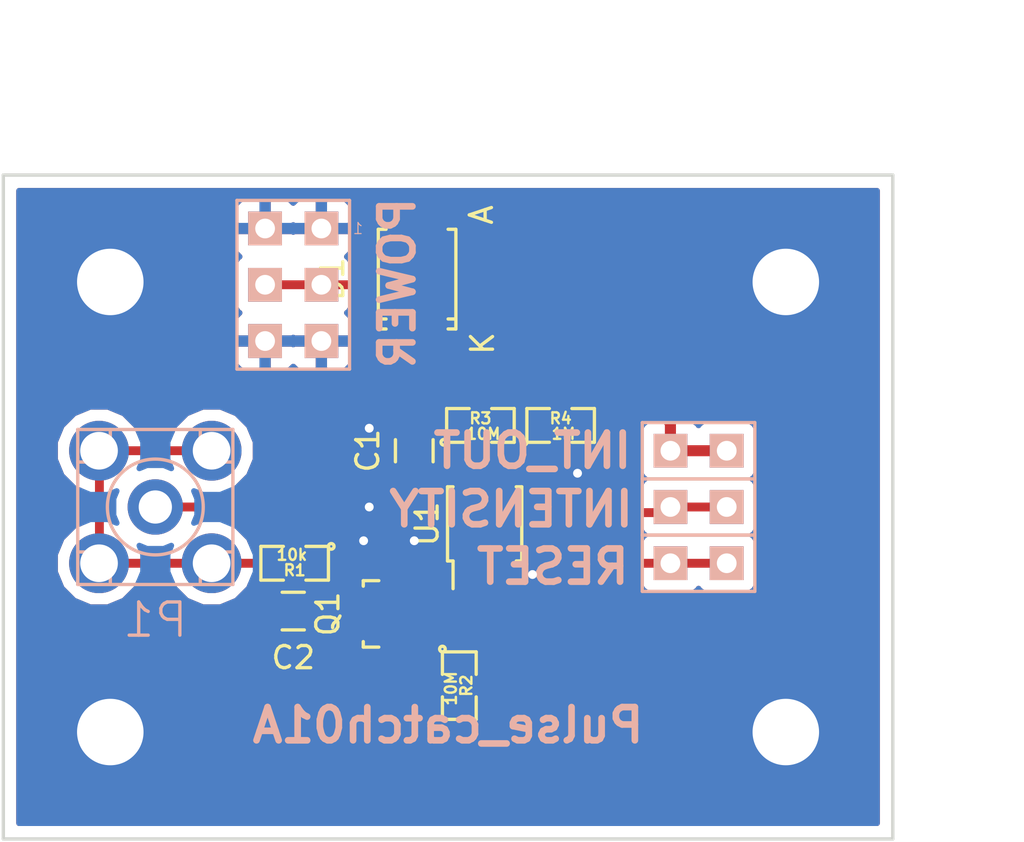
<source format=kicad_pcb>
(kicad_pcb (version 20160815) (host pcbnew 201609251018+7233~55~ubuntu16.04.1-)

  (general
    (links 38)
    (no_connects 0)
    (area 35.155715 18.255 84.886716 56.60832)
    (thickness 1.6)
    (drawings 11)
    (tracks 89)
    (zones 0)
    (modules 18)
    (nets 9)
  )

  (page A4)
  (layers
    (0 F.Cu signal)
    (31 B.Cu signal)
    (32 B.Adhes user)
    (33 F.Adhes user)
    (34 B.Paste user)
    (35 F.Paste user)
    (36 B.SilkS user)
    (37 F.SilkS user)
    (38 B.Mask user)
    (39 F.Mask user)
    (40 Dwgs.User user)
    (41 Cmts.User user)
    (42 Eco1.User user)
    (43 Eco2.User user)
    (44 Edge.Cuts user)
    (45 Margin user)
    (46 B.CrtYd user)
    (47 F.CrtYd user)
    (48 B.Fab user)
    (49 F.Fab user)
  )

  (setup
    (last_trace_width 0.5)
    (user_trace_width 0.25)
    (user_trace_width 0.3)
    (user_trace_width 0.4)
    (user_trace_width 0.5)
    (user_trace_width 0.6)
    (user_trace_width 0.7)
    (user_trace_width 0.8)
    (user_trace_width 1)
    (trace_clearance 0.2)
    (zone_clearance 0.508)
    (zone_45_only no)
    (trace_min 0.2)
    (segment_width 0.2)
    (edge_width 0.15)
    (via_size 0.8)
    (via_drill 0.4)
    (via_min_size 0.4)
    (via_min_drill 0.3)
    (uvia_size 0.3)
    (uvia_drill 0.1)
    (uvias_allowed no)
    (uvia_min_size 0.2)
    (uvia_min_drill 0.1)
    (pcb_text_width 0.3)
    (pcb_text_size 1.5 1.5)
    (mod_edge_width 0.15)
    (mod_text_size 1 1)
    (mod_text_width 0.15)
    (pad_size 1.524 1.524)
    (pad_drill 0.762)
    (pad_to_mask_clearance 0.2)
    (aux_axis_origin 0 0)
    (visible_elements FFFFFF7F)
    (pcbplotparams
      (layerselection 0x010f0_ffffffff)
      (usegerberextensions false)
      (excludeedgelayer true)
      (linewidth 0.100000)
      (plotframeref false)
      (viasonmask false)
      (mode 1)
      (useauxorigin false)
      (hpglpennumber 1)
      (hpglpenspeed 20)
      (hpglpendiameter 15)
      (psnegative false)
      (psa4output false)
      (plotreference true)
      (plotvalue true)
      (plotinvisibletext false)
      (padsonsilk false)
      (subtractmaskfromsilk false)
      (outputformat 1)
      (mirror false)
      (drillshape 0)
      (scaleselection 1)
      (outputdirectory ../CAM_PROFI/))
  )

  (net 0 "")
  (net 1 VDD)
  (net 2 GNDA)
  (net 3 "Net-(C2-Pad1)")
  (net 4 "Net-(J2-Pad1)")
  (net 5 "Net-(J3-Pad1)")
  (net 6 "Net-(J4-Pad1)")
  (net 7 "Net-(P1-Pad2)")
  (net 8 "Net-(R3-Pad2)")

  (net_class Default "This is the default net class."
    (clearance 0.2)
    (trace_width 0.5)
    (via_dia 0.8)
    (via_drill 0.4)
    (uvia_dia 0.3)
    (uvia_drill 0.1)
    (diff_pair_gap 0.25)
    (diff_pair_width 0.2)
    (add_net GNDA)
    (add_net "Net-(C2-Pad1)")
    (add_net "Net-(J2-Pad1)")
    (add_net "Net-(J3-Pad1)")
    (add_net "Net-(J4-Pad1)")
    (add_net "Net-(P1-Pad2)")
    (add_net "Net-(R3-Pad2)")
    (add_net VDD)
  )

  (module Capacitors_SMD:C_0805 (layer F.Cu) (tedit 57ECEDA2) (tstamp 577D36CC)
    (at 54.356 38.1 90)
    (descr "Capacitor SMD 0805, reflow soldering, AVX (see smccp.pdf)")
    (tags "capacitor 0805")
    (path /57783558)
    (attr smd)
    (fp_text reference C1 (at 0 -2.1 90) (layer F.SilkS)
      (effects (font (size 1 1) (thickness 0.15)))
    )
    (fp_text value 100nF (at 0 2.1 90) (layer F.Fab)
      (effects (font (size 1 1) (thickness 0.15)))
    )
    (fp_line (start -1.8 -1) (end 1.8 -1) (layer F.CrtYd) (width 0.05))
    (fp_line (start -1.8 1) (end 1.8 1) (layer F.CrtYd) (width 0.05))
    (fp_line (start -1.8 -1) (end -1.8 1) (layer F.CrtYd) (width 0.05))
    (fp_line (start 1.8 -1) (end 1.8 1) (layer F.CrtYd) (width 0.05))
    (fp_line (start 0.5 -0.85) (end -0.5 -0.85) (layer F.SilkS) (width 0.15))
    (fp_line (start -0.5 0.85) (end 0.5 0.85) (layer F.SilkS) (width 0.15))
    (pad 1 smd rect (at -1 0 90) (size 1 1.25) (layers F.Cu F.Paste F.Mask)
      (net 1 VDD))
    (pad 2 smd rect (at 1 0 90) (size 1 1.25) (layers F.Cu F.Paste F.Mask)
      (net 2 GNDA))
    (model Capacitors_SMD.3dshapes/C_0805.wrl
      (at (xyz 0 0 0))
      (scale (xyz 1 1 1))
      (rotate (xyz 0 0 0))
    )
  )

  (module Capacitors_SMD:C_0805 (layer F.Cu) (tedit 57ECEDA2) (tstamp 577D36D2)
    (at 48.895 45.339 180)
    (descr "Capacitor SMD 0805, reflow soldering, AVX (see smccp.pdf)")
    (tags "capacitor 0805")
    (path /57781557)
    (attr smd)
    (fp_text reference C2 (at 0 -2.1 180) (layer F.SilkS)
      (effects (font (size 1 1) (thickness 0.15)))
    )
    (fp_text value 100nF (at 0 2.1 180) (layer F.Fab)
      (effects (font (size 1 1) (thickness 0.15)))
    )
    (fp_line (start -1.8 -1) (end 1.8 -1) (layer F.CrtYd) (width 0.05))
    (fp_line (start -1.8 1) (end 1.8 1) (layer F.CrtYd) (width 0.05))
    (fp_line (start -1.8 -1) (end -1.8 1) (layer F.CrtYd) (width 0.05))
    (fp_line (start 1.8 -1) (end 1.8 1) (layer F.CrtYd) (width 0.05))
    (fp_line (start 0.5 -0.85) (end -0.5 -0.85) (layer F.SilkS) (width 0.15))
    (fp_line (start -0.5 0.85) (end 0.5 0.85) (layer F.SilkS) (width 0.15))
    (pad 1 smd rect (at -1 0 180) (size 1 1.25) (layers F.Cu F.Paste F.Mask)
      (net 3 "Net-(C2-Pad1)"))
    (pad 2 smd rect (at 1 0 180) (size 1 1.25) (layers F.Cu F.Paste F.Mask)
      (net 2 GNDA))
    (model Capacitors_SMD.3dshapes/C_0805.wrl
      (at (xyz 0 0 0))
      (scale (xyz 1 1 1))
      (rotate (xyz 0 0 0))
    )
  )

  (module Diodes_SMD:SMA_Standard (layer F.Cu) (tedit 57ECEDA2) (tstamp 577D36D8)
    (at 54.483 30.353 90)
    (descr "Diode SMA")
    (tags "Diode SMA")
    (path /57783090)
    (attr smd)
    (fp_text reference D1 (at 0 -3.81 90) (layer F.SilkS)
      (effects (font (size 1 1) (thickness 0.15)))
    )
    (fp_text value D_Schottky (at 0 4.3 90) (layer F.Fab)
      (effects (font (size 1 1) (thickness 0.15)))
    )
    (fp_line (start -3.5 -2) (end 3.5 -2) (layer F.CrtYd) (width 0.05))
    (fp_line (start 3.5 -2) (end 3.5 2) (layer F.CrtYd) (width 0.05))
    (fp_line (start 3.5 2) (end -3.5 2) (layer F.CrtYd) (width 0.05))
    (fp_line (start -3.5 2) (end -3.5 -2) (layer F.CrtYd) (width 0.05))
    (fp_text user K (at -2.9 2.95 90) (layer F.SilkS)
      (effects (font (size 1 1) (thickness 0.15)))
    )
    (fp_text user A (at 2.9 2.9 90) (layer F.SilkS)
      (effects (font (size 1 1) (thickness 0.15)))
    )
    (fp_circle (center 0 0) (end 0.20066 -0.0508) (layer F.Adhes) (width 0.381))
    (fp_line (start -1.79914 1.75006) (end -1.79914 1.39954) (layer F.SilkS) (width 0.15))
    (fp_line (start -1.79914 -1.75006) (end -1.79914 -1.39954) (layer F.SilkS) (width 0.15))
    (fp_line (start 2.25044 1.75006) (end 2.25044 1.39954) (layer F.SilkS) (width 0.15))
    (fp_line (start -2.25044 1.75006) (end -2.25044 1.39954) (layer F.SilkS) (width 0.15))
    (fp_line (start -2.25044 -1.75006) (end -2.25044 -1.39954) (layer F.SilkS) (width 0.15))
    (fp_line (start 2.25044 -1.75006) (end 2.25044 -1.39954) (layer F.SilkS) (width 0.15))
    (fp_line (start -2.25044 1.75006) (end 2.25044 1.75006) (layer F.SilkS) (width 0.15))
    (fp_line (start -2.25044 -1.75006) (end 2.25044 -1.75006) (layer F.SilkS) (width 0.15))
    (pad 1 smd rect (at -1.99898 0 90) (size 2.49936 1.80086) (layers F.Cu F.Paste F.Mask)
      (net 1 VDD))
    (pad 2 smd rect (at 1.99898 0 90) (size 2.49936 1.80086) (layers F.Cu F.Paste F.Mask)
      (net 2 GNDA))
    (model Diodes_SMD.3dshapes/SMA_Standard.wrl
      (at (xyz 0 0 0))
      (scale (xyz 0.3937 0.3937 0.3937))
      (rotate (xyz 0 0 180))
    )
  )

  (module Mlab_Pin_Headers:Straight_2x03 (layer B.Cu) (tedit 57ECEDA2) (tstamp 577D36E2)
    (at 48.895 30.607 180)
    (descr "pin header straight 2x03")
    (tags "pin header straight 2x03")
    (path /57782EBA)
    (fp_text reference J1 (at 0 5.08 180) (layer B.SilkS) hide
      (effects (font (size 1.5 1.5) (thickness 0.15)) (justify mirror))
    )
    (fp_text value HEADER_2x03_PARALLEL (at 0 -5.08 180) (layer B.SilkS) hide
      (effects (font (size 1.5 1.5) (thickness 0.15)) (justify mirror))
    )
    (fp_text user 1 (at -2.921 2.54 180) (layer B.SilkS)
      (effects (font (size 0.5 0.5) (thickness 0.05)) (justify mirror))
    )
    (fp_line (start -2.54 3.81) (end 2.54 3.81) (layer B.SilkS) (width 0.15))
    (fp_line (start 2.54 3.81) (end 2.54 -3.81) (layer B.SilkS) (width 0.15))
    (fp_line (start 2.54 -3.81) (end -2.54 -3.81) (layer B.SilkS) (width 0.15))
    (fp_line (start -2.54 -3.81) (end -2.54 3.81) (layer B.SilkS) (width 0.15))
    (pad 1 thru_hole rect (at -1.27 2.54 180) (size 1.524 1.524) (drill 0.889) (layers *.Cu *.Mask B.SilkS)
      (net 2 GNDA))
    (pad 2 thru_hole rect (at 1.27 2.54 180) (size 1.524 1.524) (drill 0.889) (layers *.Cu *.Mask B.SilkS)
      (net 2 GNDA))
    (pad 3 thru_hole rect (at -1.27 0 180) (size 1.524 1.524) (drill 0.889) (layers *.Cu *.Mask B.SilkS)
      (net 1 VDD))
    (pad 4 thru_hole rect (at 1.27 0 180) (size 1.524 1.524) (drill 0.889) (layers *.Cu *.Mask B.SilkS)
      (net 1 VDD))
    (pad 5 thru_hole rect (at -1.27 -2.54 180) (size 1.524 1.524) (drill 0.889) (layers *.Cu *.Mask B.SilkS)
      (net 2 GNDA))
    (pad 6 thru_hole rect (at 1.27 -2.54 180) (size 1.524 1.524) (drill 0.889) (layers *.Cu *.Mask B.SilkS)
      (net 2 GNDA))
    (model Pin_Headers/Pin_Header_Straight_2x03.wrl
      (at (xyz 0 0 0))
      (scale (xyz 1 1 1))
      (rotate (xyz 0 0 90))
    )
  )

  (module Mlab_Pin_Headers:Straight_2x01 (layer B.Cu) (tedit 57ECEDA2) (tstamp 577D36E8)
    (at 67.183 40.64)
    (descr "pin header straight 2x01")
    (tags "pin header straight 2x01")
    (path /57783BEA)
    (fp_text reference J2 (at 0 2.54) (layer B.SilkS) hide
      (effects (font (size 1.5 1.5) (thickness 0.15)) (justify mirror))
    )
    (fp_text value INTENSITY (at 0 -2.54) (layer B.SilkS) hide
      (effects (font (size 1.5 1.5) (thickness 0.15)) (justify mirror))
    )
    (fp_line (start -2.54 1.27) (end 2.54 1.27) (layer B.SilkS) (width 0.15))
    (fp_line (start 2.54 1.27) (end 2.54 -1.27) (layer B.SilkS) (width 0.15))
    (fp_line (start 2.54 -1.27) (end -2.54 -1.27) (layer B.SilkS) (width 0.15))
    (fp_line (start -2.54 -1.27) (end -2.54 1.27) (layer B.SilkS) (width 0.15))
    (pad 1 thru_hole rect (at -1.27 0) (size 1.524 1.524) (drill 0.889) (layers *.Cu *.Mask B.SilkS)
      (net 4 "Net-(J2-Pad1)"))
    (pad 2 thru_hole rect (at 1.27 0) (size 1.524 1.524) (drill 0.889) (layers *.Cu *.Mask B.SilkS)
      (net 4 "Net-(J2-Pad1)"))
    (model Pin_Headers/Pin_Header_Straight_2x01.wrl
      (at (xyz 0 0 0))
      (scale (xyz 1 1 1))
      (rotate (xyz 0 0 90))
    )
  )

  (module Mlab_Pin_Headers:Straight_2x01 (layer B.Cu) (tedit 57ECEDA2) (tstamp 577D36EE)
    (at 67.183 43.18)
    (descr "pin header straight 2x01")
    (tags "pin header straight 2x01")
    (path /57783C9C)
    (fp_text reference J3 (at 0 2.54) (layer B.SilkS) hide
      (effects (font (size 1.5 1.5) (thickness 0.15)) (justify mirror))
    )
    (fp_text value RESET (at 0 -2.54) (layer B.SilkS) hide
      (effects (font (size 1.5 1.5) (thickness 0.15)) (justify mirror))
    )
    (fp_line (start -2.54 1.27) (end 2.54 1.27) (layer B.SilkS) (width 0.15))
    (fp_line (start 2.54 1.27) (end 2.54 -1.27) (layer B.SilkS) (width 0.15))
    (fp_line (start 2.54 -1.27) (end -2.54 -1.27) (layer B.SilkS) (width 0.15))
    (fp_line (start -2.54 -1.27) (end -2.54 1.27) (layer B.SilkS) (width 0.15))
    (pad 1 thru_hole rect (at -1.27 0) (size 1.524 1.524) (drill 0.889) (layers *.Cu *.Mask B.SilkS)
      (net 5 "Net-(J3-Pad1)"))
    (pad 2 thru_hole rect (at 1.27 0) (size 1.524 1.524) (drill 0.889) (layers *.Cu *.Mask B.SilkS)
      (net 5 "Net-(J3-Pad1)"))
    (model Pin_Headers/Pin_Header_Straight_2x01.wrl
      (at (xyz 0 0 0))
      (scale (xyz 1 1 1))
      (rotate (xyz 0 0 90))
    )
  )

  (module Mlab_Pin_Headers:Straight_2x01 (layer B.Cu) (tedit 57ECEDA2) (tstamp 577D36F4)
    (at 67.183 38.1)
    (descr "pin header straight 2x01")
    (tags "pin header straight 2x01")
    (path /57783AA0)
    (fp_text reference J4 (at 0 2.54) (layer B.SilkS) hide
      (effects (font (size 1.5 1.5) (thickness 0.15)) (justify mirror))
    )
    (fp_text value INT_OUT (at 0 -2.54) (layer B.SilkS) hide
      (effects (font (size 1.5 1.5) (thickness 0.15)) (justify mirror))
    )
    (fp_line (start -2.54 1.27) (end 2.54 1.27) (layer B.SilkS) (width 0.15))
    (fp_line (start 2.54 1.27) (end 2.54 -1.27) (layer B.SilkS) (width 0.15))
    (fp_line (start 2.54 -1.27) (end -2.54 -1.27) (layer B.SilkS) (width 0.15))
    (fp_line (start -2.54 -1.27) (end -2.54 1.27) (layer B.SilkS) (width 0.15))
    (pad 1 thru_hole rect (at -1.27 0) (size 1.524 1.524) (drill 0.889) (layers *.Cu *.Mask B.SilkS)
      (net 6 "Net-(J4-Pad1)"))
    (pad 2 thru_hole rect (at 1.27 0) (size 1.524 1.524) (drill 0.889) (layers *.Cu *.Mask B.SilkS)
      (net 6 "Net-(J4-Pad1)"))
    (model Pin_Headers/Pin_Header_Straight_2x01.wrl
      (at (xyz 0 0 0))
      (scale (xyz 1 1 1))
      (rotate (xyz 0 0 90))
    )
  )

  (module Mlab_Mechanical:MountingHole_3mm placed (layer F.Cu) (tedit 57ECEDA2) (tstamp 577D36F9)
    (at 71.12 30.48)
    (descr "Mounting hole, Befestigungsbohrung, 3mm, No Annular, Kein Restring,")
    (tags "Mounting hole, Befestigungsbohrung, 3mm, No Annular, Kein Restring,")
    (path /57784508)
    (fp_text reference M1 (at 0 -4.191) (layer F.SilkS) hide
      (effects (font (thickness 0.3048)))
    )
    (fp_text value HOLE (at 0 4.191) (layer F.SilkS) hide
      (effects (font (thickness 0.3048)))
    )
    (fp_circle (center 0 0) (end 2.99974 0) (layer Cmts.User) (width 0.381))
    (pad 1 thru_hole circle (at 0 0) (size 6 6) (drill 3) (layers *.Cu *.Adhes *.Mask)
      (net 2 GNDA) (clearance 1) (zone_connect 2))
  )

  (module Mlab_Mechanical:MountingHole_3mm placed (layer F.Cu) (tedit 57ECEDA2) (tstamp 577D36FE)
    (at 40.64 50.8)
    (descr "Mounting hole, Befestigungsbohrung, 3mm, No Annular, Kein Restring,")
    (tags "Mounting hole, Befestigungsbohrung, 3mm, No Annular, Kein Restring,")
    (path /57784821)
    (fp_text reference M2 (at 0 -4.191) (layer F.SilkS) hide
      (effects (font (thickness 0.3048)))
    )
    (fp_text value HOLE (at 0 4.191) (layer F.SilkS) hide
      (effects (font (thickness 0.3048)))
    )
    (fp_circle (center 0 0) (end 2.99974 0) (layer Cmts.User) (width 0.381))
    (pad 1 thru_hole circle (at 0 0) (size 6 6) (drill 3) (layers *.Cu *.Adhes *.Mask)
      (net 2 GNDA) (clearance 1) (zone_connect 2))
  )

  (module Mlab_Mechanical:MountingHole_3mm placed (layer F.Cu) (tedit 57ECEDA2) (tstamp 577D3703)
    (at 40.64 30.48)
    (descr "Mounting hole, Befestigungsbohrung, 3mm, No Annular, Kein Restring,")
    (tags "Mounting hole, Befestigungsbohrung, 3mm, No Annular, Kein Restring,")
    (path /57784742)
    (fp_text reference M3 (at 0 -4.191) (layer F.SilkS) hide
      (effects (font (thickness 0.3048)))
    )
    (fp_text value HOLE (at 0 4.191) (layer F.SilkS) hide
      (effects (font (thickness 0.3048)))
    )
    (fp_circle (center 0 0) (end 2.99974 0) (layer Cmts.User) (width 0.381))
    (pad 1 thru_hole circle (at 0 0) (size 6 6) (drill 3) (layers *.Cu *.Adhes *.Mask)
      (net 2 GNDA) (clearance 1) (zone_connect 2))
  )

  (module Mlab_Mechanical:MountingHole_3mm placed (layer F.Cu) (tedit 57ECEDA2) (tstamp 577D3708)
    (at 71.12 50.8)
    (descr "Mounting hole, Befestigungsbohrung, 3mm, No Annular, Kein Restring,")
    (tags "Mounting hole, Befestigungsbohrung, 3mm, No Annular, Kein Restring,")
    (path /5778482F)
    (fp_text reference M4 (at 0 -4.191) (layer F.SilkS) hide
      (effects (font (thickness 0.3048)))
    )
    (fp_text value HOLE (at 0 4.191) (layer F.SilkS) hide
      (effects (font (thickness 0.3048)))
    )
    (fp_circle (center 0 0) (end 2.99974 0) (layer Cmts.User) (width 0.381))
    (pad 1 thru_hole circle (at 0 0) (size 6 6) (drill 3) (layers *.Cu *.Adhes *.Mask)
      (net 2 GNDA) (clearance 1) (zone_connect 2))
  )

  (module Mlab_Con:SMA6251A13G50 (layer B.Cu) (tedit 57ECEDA2) (tstamp 577D3711)
    (at 42.672 40.64)
    (path /57781DCC)
    (fp_text reference P1 (at 0 5.1) (layer B.SilkS)
      (effects (font (size 1.5 1.5) (thickness 0.15)) (justify mirror))
    )
    (fp_text value SMA (at 0 -5.1) (layer B.SilkS) hide
      (effects (font (size 1.5 1.5) (thickness 0.15)) (justify mirror))
    )
    (fp_circle (center 0 0) (end -0.11 2.16) (layer B.SilkS) (width 0.15))
    (fp_line (start 2.03 -3.05) (end 3.05 -3.05) (layer B.SilkS) (width 0.15))
    (fp_line (start 3.05 -3.05) (end 3.05 -2.03) (layer B.SilkS) (width 0.15))
    (fp_line (start -2.03 -3.05) (end -3.05 -3.05) (layer B.SilkS) (width 0.15))
    (fp_line (start -3.05 -3.05) (end -3.05 -2.03) (layer B.SilkS) (width 0.15))
    (fp_line (start -2.03 3.05) (end -3.05 3.05) (layer B.SilkS) (width 0.15))
    (fp_line (start -3.05 3.05) (end -3.05 2.03) (layer B.SilkS) (width 0.15))
    (fp_line (start 3.05 3.05) (end 3.05 2.03) (layer B.SilkS) (width 0.15))
    (fp_line (start 3.05 3.05) (end 2.03 3.05) (layer B.SilkS) (width 0.15))
    (fp_line (start 2.03 -3.5) (end 2.03 -2.03) (layer B.SilkS) (width 0.15))
    (fp_line (start 2.03 -2.03) (end 3.5 -2.03) (layer B.SilkS) (width 0.15))
    (fp_line (start -2.03 -2.03) (end -2.03 -3.5) (layer B.SilkS) (width 0.15))
    (fp_line (start -3.5 -2.03) (end -2.03 -2.03) (layer B.SilkS) (width 0.15))
    (fp_line (start 2.03 3.5) (end 2.03 2.03) (layer B.SilkS) (width 0.15))
    (fp_line (start 2.03 2.03) (end 3.5 2.03) (layer B.SilkS) (width 0.15))
    (fp_line (start -2.03 3.5) (end -2.03 2.03) (layer B.SilkS) (width 0.15))
    (fp_line (start -2.03 2.03) (end -3.5 2.03) (layer B.SilkS) (width 0.15))
    (fp_line (start -3.5 -3.5) (end 3.5 -3.5) (layer B.SilkS) (width 0.15))
    (fp_line (start 3.5 -3.5) (end 3.5 3.5) (layer B.SilkS) (width 0.15))
    (fp_line (start 3.5 3.5) (end -3.5 3.5) (layer B.SilkS) (width 0.15))
    (fp_line (start -3.5 3.5) (end -3.5 -3.5) (layer B.SilkS) (width 0.15))
    (pad 1 thru_hole circle (at 0 0 180) (size 2.5 2.5) (drill 1.5) (layers *.Cu *.Mask)
      (net 1 VDD))
    (pad 2 thru_hole circle (at 2.54 -2.54 180) (size 2.7 2.7) (drill 1.7) (layers *.Cu *.Mask)
      (net 7 "Net-(P1-Pad2)"))
    (pad 2 thru_hole circle (at -2.54 -2.54 180) (size 2.7 2.7) (drill 1.7) (layers *.Cu *.Mask)
      (net 7 "Net-(P1-Pad2)"))
    (pad 2 thru_hole circle (at -2.54 2.54 180) (size 2.7 2.7) (drill 1.7) (layers *.Cu *.Mask)
      (net 7 "Net-(P1-Pad2)"))
    (pad 2 thru_hole circle (at 2.54 2.54 180) (size 2.7 2.7) (drill 1.7) (layers *.Cu *.Mask)
      (net 7 "Net-(P1-Pad2)"))
  )

  (module TO_SOT_Packages_SMD:SOT-23 (layer F.Cu) (tedit 57ECEDA2) (tstamp 577D3718)
    (at 52.705 45.466 90)
    (descr "SOT-23, Standard")
    (tags SOT-23)
    (path /577813BC)
    (attr smd)
    (fp_text reference Q1 (at 0 -2.25 90) (layer F.SilkS)
      (effects (font (size 1 1) (thickness 0.15)))
    )
    (fp_text value 2N7002 (at 0 2.3 90) (layer F.Fab)
      (effects (font (size 1 1) (thickness 0.15)))
    )
    (fp_line (start -1.65 -1.6) (end 1.65 -1.6) (layer F.CrtYd) (width 0.05))
    (fp_line (start 1.65 -1.6) (end 1.65 1.6) (layer F.CrtYd) (width 0.05))
    (fp_line (start 1.65 1.6) (end -1.65 1.6) (layer F.CrtYd) (width 0.05))
    (fp_line (start -1.65 1.6) (end -1.65 -1.6) (layer F.CrtYd) (width 0.05))
    (fp_line (start 1.29916 -0.65024) (end 1.2509 -0.65024) (layer F.SilkS) (width 0.15))
    (fp_line (start -1.49982 0.0508) (end -1.49982 -0.65024) (layer F.SilkS) (width 0.15))
    (fp_line (start -1.49982 -0.65024) (end -1.2509 -0.65024) (layer F.SilkS) (width 0.15))
    (fp_line (start 1.29916 -0.65024) (end 1.49982 -0.65024) (layer F.SilkS) (width 0.15))
    (fp_line (start 1.49982 -0.65024) (end 1.49982 0.0508) (layer F.SilkS) (width 0.15))
    (pad 1 smd rect (at -0.95 1.00076 90) (size 0.8001 0.8001) (layers F.Cu F.Paste F.Mask)
      (net 5 "Net-(J3-Pad1)"))
    (pad 2 smd rect (at 0.95 1.00076 90) (size 0.8001 0.8001) (layers F.Cu F.Paste F.Mask)
      (net 2 GNDA))
    (pad 3 smd rect (at 0 -0.99822 90) (size 0.8001 0.8001) (layers F.Cu F.Paste F.Mask)
      (net 3 "Net-(C2-Pad1)"))
    (model TO_SOT_Packages_SMD.3dshapes/SOT-23.wrl
      (at (xyz 0 0 0))
      (scale (xyz 1 1 1))
      (rotate (xyz 0 0 0))
    )
  )

  (module Mlab_R:SMD-0805 (layer F.Cu) (tedit 57ECEDA2) (tstamp 577D371E)
    (at 48.9585 43.18 180)
    (path /577814E7)
    (attr smd)
    (fp_text reference R1 (at 0 -0.3175 180) (layer F.SilkS)
      (effects (font (size 0.50038 0.50038) (thickness 0.10922)))
    )
    (fp_text value 10k (at 0.127 0.381 180) (layer F.SilkS)
      (effects (font (size 0.50038 0.50038) (thickness 0.10922)))
    )
    (fp_circle (center -1.651 0.762) (end -1.651 0.635) (layer F.SilkS) (width 0.15))
    (fp_line (start -0.508 0.762) (end -1.524 0.762) (layer F.SilkS) (width 0.15))
    (fp_line (start -1.524 0.762) (end -1.524 -0.762) (layer F.SilkS) (width 0.15))
    (fp_line (start -1.524 -0.762) (end -0.508 -0.762) (layer F.SilkS) (width 0.15))
    (fp_line (start 0.508 -0.762) (end 1.524 -0.762) (layer F.SilkS) (width 0.15))
    (fp_line (start 1.524 -0.762) (end 1.524 0.762) (layer F.SilkS) (width 0.15))
    (fp_line (start 1.524 0.762) (end 0.508 0.762) (layer F.SilkS) (width 0.15))
    (pad 1 smd rect (at -0.9525 0 180) (size 0.889 1.397) (layers F.Cu F.Paste F.Mask)
      (net 3 "Net-(C2-Pad1)"))
    (pad 2 smd rect (at 0.9525 0 180) (size 0.889 1.397) (layers F.Cu F.Paste F.Mask)
      (net 7 "Net-(P1-Pad2)"))
    (model MLAB_3D/Resistors/chip_cms.wrl
      (at (xyz 0 0 0))
      (scale (xyz 0.1 0.1 0.1))
      (rotate (xyz 0 0 0))
    )
  )

  (module Mlab_R:SMD-0805 (layer F.Cu) (tedit 57ECEDA2) (tstamp 577D3724)
    (at 56.388 48.7045 270)
    (path /57781623)
    (attr smd)
    (fp_text reference R2 (at 0 -0.3175 270) (layer F.SilkS)
      (effects (font (size 0.50038 0.50038) (thickness 0.10922)))
    )
    (fp_text value 10M (at 0.127 0.381 270) (layer F.SilkS)
      (effects (font (size 0.50038 0.50038) (thickness 0.10922)))
    )
    (fp_circle (center -1.651 0.762) (end -1.651 0.635) (layer F.SilkS) (width 0.15))
    (fp_line (start -0.508 0.762) (end -1.524 0.762) (layer F.SilkS) (width 0.15))
    (fp_line (start -1.524 0.762) (end -1.524 -0.762) (layer F.SilkS) (width 0.15))
    (fp_line (start -1.524 -0.762) (end -0.508 -0.762) (layer F.SilkS) (width 0.15))
    (fp_line (start 0.508 -0.762) (end 1.524 -0.762) (layer F.SilkS) (width 0.15))
    (fp_line (start 1.524 -0.762) (end 1.524 0.762) (layer F.SilkS) (width 0.15))
    (fp_line (start 1.524 0.762) (end 0.508 0.762) (layer F.SilkS) (width 0.15))
    (pad 1 smd rect (at -0.9525 0 270) (size 0.889 1.397) (layers F.Cu F.Paste F.Mask)
      (net 5 "Net-(J3-Pad1)"))
    (pad 2 smd rect (at 0.9525 0 270) (size 0.889 1.397) (layers F.Cu F.Paste F.Mask)
      (net 2 GNDA))
    (model MLAB_3D/Resistors/chip_cms.wrl
      (at (xyz 0 0 0))
      (scale (xyz 0.1 0.1 0.1))
      (rotate (xyz 0 0 0))
    )
  )

  (module Mlab_R:SMD-0805 (layer F.Cu) (tedit 57ECEDA2) (tstamp 577D372A)
    (at 57.3405 36.957)
    (path /5778251C)
    (attr smd)
    (fp_text reference R3 (at 0 -0.3175) (layer F.SilkS)
      (effects (font (size 0.50038 0.50038) (thickness 0.10922)))
    )
    (fp_text value 10M (at 0.127 0.381) (layer F.SilkS)
      (effects (font (size 0.50038 0.50038) (thickness 0.10922)))
    )
    (fp_circle (center -1.651 0.762) (end -1.651 0.635) (layer F.SilkS) (width 0.15))
    (fp_line (start -0.508 0.762) (end -1.524 0.762) (layer F.SilkS) (width 0.15))
    (fp_line (start -1.524 0.762) (end -1.524 -0.762) (layer F.SilkS) (width 0.15))
    (fp_line (start -1.524 -0.762) (end -0.508 -0.762) (layer F.SilkS) (width 0.15))
    (fp_line (start 0.508 -0.762) (end 1.524 -0.762) (layer F.SilkS) (width 0.15))
    (fp_line (start 1.524 -0.762) (end 1.524 0.762) (layer F.SilkS) (width 0.15))
    (fp_line (start 1.524 0.762) (end 0.508 0.762) (layer F.SilkS) (width 0.15))
    (pad 1 smd rect (at -0.9525 0) (size 0.889 1.397) (layers F.Cu F.Paste F.Mask)
      (net 1 VDD))
    (pad 2 smd rect (at 0.9525 0) (size 0.889 1.397) (layers F.Cu F.Paste F.Mask)
      (net 8 "Net-(R3-Pad2)"))
    (model MLAB_3D/Resistors/chip_cms.wrl
      (at (xyz 0 0 0))
      (scale (xyz 0.1 0.1 0.1))
      (rotate (xyz 0 0 0))
    )
  )

  (module Mlab_R:SMD-0805 (layer F.Cu) (tedit 57ECEDA2) (tstamp 577D3730)
    (at 60.96 36.957)
    (path /577827EE)
    (attr smd)
    (fp_text reference R4 (at 0 -0.3175) (layer F.SilkS)
      (effects (font (size 0.50038 0.50038) (thickness 0.10922)))
    )
    (fp_text value 1M (at 0.127 0.381) (layer F.SilkS)
      (effects (font (size 0.50038 0.50038) (thickness 0.10922)))
    )
    (fp_circle (center -1.651 0.762) (end -1.651 0.635) (layer F.SilkS) (width 0.15))
    (fp_line (start -0.508 0.762) (end -1.524 0.762) (layer F.SilkS) (width 0.15))
    (fp_line (start -1.524 0.762) (end -1.524 -0.762) (layer F.SilkS) (width 0.15))
    (fp_line (start -1.524 -0.762) (end -0.508 -0.762) (layer F.SilkS) (width 0.15))
    (fp_line (start 0.508 -0.762) (end 1.524 -0.762) (layer F.SilkS) (width 0.15))
    (fp_line (start 1.524 -0.762) (end 1.524 0.762) (layer F.SilkS) (width 0.15))
    (fp_line (start 1.524 0.762) (end 0.508 0.762) (layer F.SilkS) (width 0.15))
    (pad 1 smd rect (at -0.9525 0) (size 0.889 1.397) (layers F.Cu F.Paste F.Mask)
      (net 8 "Net-(R3-Pad2)"))
    (pad 2 smd rect (at 0.9525 0) (size 0.889 1.397) (layers F.Cu F.Paste F.Mask)
      (net 2 GNDA))
    (model MLAB_3D/Resistors/chip_cms.wrl
      (at (xyz 0 0 0))
      (scale (xyz 0.1 0.1 0.1))
      (rotate (xyz 0 0 0))
    )
  )

  (module Housings_SSOP:MSOP-8_3x3mm_Pitch0.65mm (layer F.Cu) (tedit 57ECEDA2) (tstamp 577D373C)
    (at 57.531 41.402 90)
    (descr "8-Lead Plastic Micro Small Outline Package (MS) [MSOP] (see Microchip Packaging Specification 00000049BS.pdf)")
    (tags "SSOP 0.65")
    (path /57781FDF)
    (attr smd)
    (fp_text reference U1 (at 0 -2.6 90) (layer F.SilkS)
      (effects (font (size 1 1) (thickness 0.15)))
    )
    (fp_text value MCP6002 (at 0 2.6 90) (layer F.Fab)
      (effects (font (size 1 1) (thickness 0.15)))
    )
    (fp_line (start -3.2 -1.85) (end -3.2 1.85) (layer F.CrtYd) (width 0.05))
    (fp_line (start 3.2 -1.85) (end 3.2 1.85) (layer F.CrtYd) (width 0.05))
    (fp_line (start -3.2 -1.85) (end 3.2 -1.85) (layer F.CrtYd) (width 0.05))
    (fp_line (start -3.2 1.85) (end 3.2 1.85) (layer F.CrtYd) (width 0.05))
    (fp_line (start -1.675 -1.675) (end -1.675 -1.425) (layer F.SilkS) (width 0.15))
    (fp_line (start 1.675 -1.675) (end 1.675 -1.425) (layer F.SilkS) (width 0.15))
    (fp_line (start 1.675 1.675) (end 1.675 1.425) (layer F.SilkS) (width 0.15))
    (fp_line (start -1.675 1.675) (end -1.675 1.425) (layer F.SilkS) (width 0.15))
    (fp_line (start -1.675 -1.675) (end 1.675 -1.675) (layer F.SilkS) (width 0.15))
    (fp_line (start -1.675 1.675) (end 1.675 1.675) (layer F.SilkS) (width 0.15))
    (fp_line (start -1.675 -1.425) (end -2.925 -1.425) (layer F.SilkS) (width 0.15))
    (pad 1 smd rect (at -2.2 -0.975 90) (size 1.45 0.45) (layers F.Cu F.Paste F.Mask)
      (net 4 "Net-(J2-Pad1)"))
    (pad 2 smd rect (at -2.2 -0.325 90) (size 1.45 0.45) (layers F.Cu F.Paste F.Mask)
      (net 4 "Net-(J2-Pad1)"))
    (pad 3 smd rect (at -2.2 0.325 90) (size 1.45 0.45) (layers F.Cu F.Paste F.Mask)
      (net 3 "Net-(C2-Pad1)"))
    (pad 4 smd rect (at -2.2 0.975 90) (size 1.45 0.45) (layers F.Cu F.Paste F.Mask)
      (net 2 GNDA))
    (pad 5 smd rect (at 2.2 0.975 90) (size 1.45 0.45) (layers F.Cu F.Paste F.Mask)
      (net 8 "Net-(R3-Pad2)"))
    (pad 6 smd rect (at 2.2 0.325 90) (size 1.45 0.45) (layers F.Cu F.Paste F.Mask)
      (net 4 "Net-(J2-Pad1)"))
    (pad 7 smd rect (at 2.2 -0.325 90) (size 1.45 0.45) (layers F.Cu F.Paste F.Mask)
      (net 6 "Net-(J4-Pad1)"))
    (pad 8 smd rect (at 2.2 -0.975 90) (size 1.45 0.45) (layers F.Cu F.Paste F.Mask)
      (net 1 VDD))
    (model Housings_SSOP.3dshapes/MSOP-8_3x3mm_Pitch0.65mm.wrl
      (at (xyz 0 0 0))
      (scale (xyz 1 1 1))
      (rotate (xyz 0 0 0))
    )
  )

  (gr_text Pulse_catch01A (at 55.88 50.4952) (layer B.SilkS)
    (effects (font (size 1.5 1.5) (thickness 0.3)) (justify mirror))
  )
  (gr_text INT_OUT (at 59.69 38.1) (layer B.SilkS)
    (effects (font (size 1.5 1.5) (thickness 0.3)) (justify mirror))
  )
  (gr_text INTENSITY (at 58.7248 40.7416) (layer B.SilkS)
    (effects (font (size 1.5 1.5) (thickness 0.3)) (justify mirror))
  )
  (gr_text RESET (at 60.6044 43.3324) (layer B.SilkS)
    (effects (font (size 1.5 1.5) (thickness 0.3)) (justify mirror))
  )
  (gr_text POWER (at 53.594 30.5308 90) (layer B.SilkS)
    (effects (font (size 1.5 1.5) (thickness 0.3)) (justify mirror))
  )
  (dimension 29.972 (width 0.3) (layer Dwgs.User)
    (gr_text "1,1800 in" (at 79.201 40.64 90) (layer Dwgs.User) (tstamp 57ECEDC8)
      (effects (font (size 1.5 1.5) (thickness 0.3)))
    )
    (feature1 (pts (xy 75.946 25.654) (xy 80.551 25.654)))
    (feature2 (pts (xy 75.946 55.626) (xy 80.551 55.626)))
    (crossbar (pts (xy 77.851 55.626) (xy 77.851 25.654)))
    (arrow1a (pts (xy 77.851 25.654) (xy 78.437421 26.780504)))
    (arrow1b (pts (xy 77.851 25.654) (xy 77.264579 26.780504)))
    (arrow2a (pts (xy 77.851 55.626) (xy 78.437421 54.499496)))
    (arrow2b (pts (xy 77.851 55.626) (xy 77.264579 54.499496)))
  )
  (dimension 40.132 (width 0.3) (layer Dwgs.User)
    (gr_text "1,5800 in" (at 55.88 19.605) (layer Dwgs.User) (tstamp 57ECEDC9)
      (effects (font (size 1.5 1.5) (thickness 0.3)))
    )
    (feature1 (pts (xy 75.946 25.654) (xy 75.946 18.255)))
    (feature2 (pts (xy 35.814 25.654) (xy 35.814 18.255)))
    (crossbar (pts (xy 35.814 20.955) (xy 75.946 20.955)))
    (arrow1a (pts (xy 75.946 20.955) (xy 74.819496 21.541421)))
    (arrow1b (pts (xy 75.946 20.955) (xy 74.819496 20.368579)))
    (arrow2a (pts (xy 35.814 20.955) (xy 36.940504 21.541421)))
    (arrow2b (pts (xy 35.814 20.955) (xy 36.940504 20.368579)))
  )
  (gr_line (start 75.946 25.654) (end 35.814 25.654) (layer Edge.Cuts) (width 0.15))
  (gr_line (start 75.946 55.626) (end 75.946 25.654) (layer Edge.Cuts) (width 0.15))
  (gr_line (start 35.814 55.626) (end 75.946 55.626) (layer Edge.Cuts) (width 0.15))
  (gr_line (start 35.814 25.654) (end 35.814 55.626) (layer Edge.Cuts) (width 0.15))

  (segment (start 50.222998 39.1) (end 50.292 39.030998) (width 0.5) (layer F.Cu) (net 1))
  (segment (start 50.292 39.030998) (end 50.292 36.703) (width 0.5) (layer F.Cu) (net 1))
  (segment (start 50.292 36.703) (end 54.483 32.512) (width 0.5) (layer F.Cu) (net 1))
  (segment (start 54.483 32.512) (end 54.483 32.35198) (width 0.5) (layer F.Cu) (net 1))
  (segment (start 50.222998 39.1) (end 54.356 39.1) (width 0.5) (layer F.Cu) (net 1))
  (segment (start 48.768 40.554998) (end 48.682998 40.64) (width 0.4) (layer F.Cu) (net 1))
  (segment (start 50.222998 39.1) (end 48.768 40.554998) (width 0.5) (layer F.Cu) (net 1))
  (segment (start 50.165 30.607) (end 53.08727 30.607) (width 0.4) (layer F.Cu) (net 1))
  (segment (start 53.08727 30.607) (end 54.483 32.00273) (width 0.4) (layer F.Cu) (net 1))
  (segment (start 54.483 32.00273) (end 54.483 32.35198) (width 0.4) (layer F.Cu) (net 1))
  (segment (start 47.625 30.607) (end 50.165 30.607) (width 0.4) (layer F.Cu) (net 1))
  (segment (start 48.682998 40.64) (end 44.457064 40.64) (width 0.4) (layer F.Cu) (net 1))
  (segment (start 44.457064 40.64) (end 42.689298 40.64) (width 0.4) (layer F.Cu) (net 1))
  (segment (start 54.356 39.1) (end 54.231 39.1) (width 0.4) (layer F.Cu) (net 1))
  (segment (start 54.356 39.1) (end 55.381 39.1) (width 0.4) (layer F.Cu) (net 1))
  (segment (start 55.381 39.1) (end 55.483 39.202) (width 0.4) (layer F.Cu) (net 1))
  (segment (start 55.483 39.202) (end 56.556 39.202) (width 0.4) (layer F.Cu) (net 1))
  (segment (start 56.556 39.202) (end 56.556 37.125) (width 0.4) (layer F.Cu) (net 1))
  (segment (start 56.556 37.125) (end 56.388 36.957) (width 0.4) (layer F.Cu) (net 1))
  (segment (start 61.722 39.116) (end 61.156315 39.116) (width 0.5) (layer B.Cu) (net 2))
  (segment (start 61.156315 39.116) (end 59.69 40.582315) (width 0.5) (layer B.Cu) (net 2))
  (segment (start 59.69 40.582315) (end 59.69 43.122315) (width 0.5) (layer B.Cu) (net 2))
  (segment (start 59.69 43.122315) (end 59.69 43.688) (width 0.5) (layer B.Cu) (net 2))
  (segment (start 61.9125 36.957) (end 61.9125 38.9255) (width 0.5) (layer F.Cu) (net 2))
  (segment (start 61.9125 38.9255) (end 61.722 39.116) (width 0.5) (layer F.Cu) (net 2))
  (via (at 61.722 39.116) (size 0.8) (drill 0.4) (layers F.Cu B.Cu) (net 2))
  (segment (start 59.69 43.688) (end 58.617001 43.688) (width 0.5) (layer F.Cu) (net 2))
  (segment (start 58.617001 43.688) (end 58.531001 43.602) (width 0.5) (layer F.Cu) (net 2))
  (segment (start 58.565999 42.563999) (end 59.69 43.688) (width 0.5) (layer B.Cu) (net 2))
  (via (at 59.69 43.688) (size 0.8) (drill 0.4) (layers F.Cu B.Cu) (net 2))
  (segment (start 54.356 42.164) (end 54.755999 42.563999) (width 0.5) (layer B.Cu) (net 2))
  (segment (start 54.755999 42.563999) (end 58.565999 42.563999) (width 0.5) (layer B.Cu) (net 2))
  (segment (start 52.324 37.084) (end 54.34 37.084) (width 0.5) (layer F.Cu) (net 2))
  (segment (start 54.34 37.084) (end 54.356 37.1) (width 0.5) (layer F.Cu) (net 2))
  (segment (start 52.324 40.64) (end 52.324 37.084) (width 0.5) (layer B.Cu) (net 2))
  (via (at 52.324 37.084) (size 0.8) (drill 0.4) (layers F.Cu B.Cu) (net 2))
  (segment (start 54.356 42.164) (end 53.848 42.164) (width 0.5) (layer F.Cu) (net 2))
  (segment (start 53.848 42.164) (end 52.324 40.64) (width 0.5) (layer F.Cu) (net 2))
  (via (at 52.324 40.64) (size 0.8) (drill 0.4) (layers F.Cu B.Cu) (net 2))
  (segment (start 52.07 42.164) (end 54.356 42.164) (width 0.5) (layer B.Cu) (net 2))
  (via (at 54.356 42.164) (size 0.8) (drill 0.4) (layers F.Cu B.Cu) (net 2))
  (segment (start 51.755 42.479) (end 52.07 42.164) (width 0.5) (layer F.Cu) (net 2))
  (via (at 52.07 42.164) (size 0.8) (drill 0.4) (layers F.Cu B.Cu) (net 2))
  (segment (start 51.70678 45.466) (end 50.022 45.466) (width 0.4) (layer F.Cu) (net 3))
  (segment (start 50.022 45.466) (end 49.895 45.339) (width 0.4) (layer F.Cu) (net 3))
  (segment (start 51.70678 45.466) (end 57.490542 45.466) (width 0.4) (layer F.Cu) (net 3))
  (segment (start 57.490542 45.466) (end 57.856 45.100542) (width 0.4) (layer F.Cu) (net 3))
  (segment (start 57.856 45.100542) (end 57.856 43.602) (width 0.4) (layer F.Cu) (net 3))
  (segment (start 49.895 45.339) (end 49.895 43.196) (width 0.4) (layer F.Cu) (net 3))
  (segment (start 49.895 43.196) (end 49.911 43.18) (width 0.4) (layer F.Cu) (net 3))
  (segment (start 57.856 40.894) (end 65.532 40.894) (width 0.4) (layer F.Cu) (net 4))
  (segment (start 65.532 40.894) (end 65.786 40.64) (width 0.4) (layer F.Cu) (net 4))
  (segment (start 68.453 40.64) (end 65.913 40.64) (width 0.4) (layer F.Cu) (net 4))
  (segment (start 57.206 44.727) (end 57.206 43.602) (width 0.4) (layer F.Cu) (net 4))
  (segment (start 57.067011 44.865989) (end 57.206 44.727) (width 0.4) (layer F.Cu) (net 4))
  (segment (start 56.694989 44.865989) (end 57.067011 44.865989) (width 0.4) (layer F.Cu) (net 4))
  (segment (start 56.556 43.602) (end 56.556 44.727) (width 0.4) (layer F.Cu) (net 4))
  (segment (start 56.556 44.727) (end 56.694989 44.865989) (width 0.4) (layer F.Cu) (net 4))
  (segment (start 57.181 43.602) (end 57.206 43.602) (width 0.4) (layer F.Cu) (net 4))
  (segment (start 57.856 40.894) (end 57.856 40.327) (width 0.4) (layer F.Cu) (net 4))
  (segment (start 57.856 41.827) (end 57.856 40.894) (width 0.4) (layer F.Cu) (net 4))
  (segment (start 57.206 43.602) (end 57.206 42.477) (width 0.4) (layer F.Cu) (net 4))
  (segment (start 57.206 42.477) (end 57.856 41.827) (width 0.4) (layer F.Cu) (net 4))
  (segment (start 57.856 40.327) (end 57.856 39.202) (width 0.4) (layer F.Cu) (net 4))
  (segment (start 65.913 43.18) (end 68.453 43.18) (width 0.4) (layer F.Cu) (net 5))
  (segment (start 64.262 43.18) (end 65.913 43.18) (width 0.4) (layer F.Cu) (net 5))
  (segment (start 56.388 47.752) (end 59.69 47.752) (width 0.4) (layer F.Cu) (net 5))
  (segment (start 59.69 47.752) (end 64.262 43.18) (width 0.4) (layer F.Cu) (net 5))
  (segment (start 53.70576 46.416) (end 53.70576 47.10176) (width 0.4) (layer F.Cu) (net 5))
  (segment (start 53.70576 47.10176) (end 54.356 47.752) (width 0.4) (layer F.Cu) (net 5))
  (segment (start 54.356 47.752) (end 56.388 47.752) (width 0.4) (layer F.Cu) (net 5))
  (segment (start 64.408 35.56) (end 58.674 35.56) (width 0.4) (layer F.Cu) (net 6))
  (segment (start 58.674 35.56) (end 57.826998 35.56) (width 0.4) (layer F.Cu) (net 6))
  (segment (start 65.913 38.1) (end 65.913 36.838) (width 0.5) (layer F.Cu) (net 6))
  (segment (start 65.913 36.838) (end 64.635 35.56) (width 0.5) (layer F.Cu) (net 6))
  (segment (start 64.635 35.56) (end 58.674 35.56) (width 0.5) (layer F.Cu) (net 6))
  (segment (start 68.453 38.1) (end 65.913 38.1) (width 0.5) (layer F.Cu) (net 6))
  (segment (start 57.826998 35.56) (end 57.232501 36.154497) (width 0.4) (layer F.Cu) (net 6))
  (segment (start 57.232501 36.154497) (end 57.232501 38.050499) (width 0.4) (layer F.Cu) (net 6))
  (segment (start 57.232501 38.050499) (end 57.206 38.077) (width 0.4) (layer F.Cu) (net 6))
  (segment (start 57.206 38.077) (end 57.206 39.202) (width 0.4) (layer F.Cu) (net 6))
  (segment (start 40.149298 38.1) (end 45.229298 38.1) (width 0.4) (layer F.Cu) (net 7))
  (segment (start 40.149298 43.18) (end 40.149298 41.270812) (width 0.4) (layer F.Cu) (net 7))
  (segment (start 40.149298 41.270812) (end 40.149298 38.1) (width 0.4) (layer F.Cu) (net 7))
  (segment (start 45.229298 43.18) (end 40.149298 43.18) (width 0.4) (layer F.Cu) (net 7))
  (segment (start 48.006 43.18) (end 45.229298 43.18) (width 0.4) (layer F.Cu) (net 7))
  (segment (start 58.293 36.957) (end 60.0075 36.957) (width 0.4) (layer F.Cu) (net 8))
  (segment (start 58.506 39.202) (end 58.506 37.17) (width 0.4) (layer F.Cu) (net 8))
  (segment (start 58.506 37.17) (end 58.293 36.957) (width 0.4) (layer F.Cu) (net 8))

  (zone (net 2) (net_name GNDA) (layer F.Cu) (tstamp 0) (hatch edge 0.508)
    (connect_pads (clearance 0.508))
    (min_thickness 0.254)
    (fill yes (arc_segments 16) (thermal_gap 0.508) (thermal_bridge_width 0.508))
    (polygon
      (pts
        (xy 35.814 55.626) (xy 35.814 25.654) (xy 75.946 25.654) (xy 75.946 55.626)
      )
    )
    (filled_polygon
      (pts
        (xy 75.236 54.916) (xy 36.524 54.916) (xy 36.524 49.94275) (xy 55.0545 49.94275) (xy 55.0545 50.227809)
        (xy 55.151173 50.461198) (xy 55.329801 50.639827) (xy 55.56319 50.7365) (xy 56.10225 50.7365) (xy 56.261 50.57775)
        (xy 56.261 49.784) (xy 56.515 49.784) (xy 56.515 50.57775) (xy 56.67375 50.7365) (xy 57.21281 50.7365)
        (xy 57.446199 50.639827) (xy 57.624827 50.461198) (xy 57.7215 50.227809) (xy 57.7215 49.94275) (xy 57.56275 49.784)
        (xy 56.515 49.784) (xy 56.261 49.784) (xy 55.21325 49.784) (xy 55.0545 49.94275) (xy 36.524 49.94275)
        (xy 36.524 45.62475) (xy 46.76 45.62475) (xy 46.76 46.09031) (xy 46.856673 46.323699) (xy 47.035302 46.502327)
        (xy 47.268691 46.599) (xy 47.60925 46.599) (xy 47.768 46.44025) (xy 47.768 45.466) (xy 46.91875 45.466)
        (xy 46.76 45.62475) (xy 36.524 45.62475) (xy 36.524 38.493109) (xy 38.146657 38.493109) (xy 38.448218 39.222943)
        (xy 39.00612 39.781819) (xy 39.314298 39.909786) (xy 39.314298 41.370095) (xy 39.009057 41.496218) (xy 38.450181 42.05412)
        (xy 38.147346 42.783427) (xy 38.146657 43.573109) (xy 38.448218 44.302943) (xy 39.00612 44.861819) (xy 39.735427 45.164654)
        (xy 40.525109 45.165343) (xy 41.254943 44.863782) (xy 41.813819 44.30588) (xy 41.934603 44.015) (xy 43.409242 44.015)
        (xy 43.528218 44.302943) (xy 44.08612 44.861819) (xy 44.815427 45.164654) (xy 45.605109 45.165343) (xy 46.334943 44.863782)
        (xy 46.893819 44.30588) (xy 46.966463 44.130934) (xy 47.011956 44.199019) (xy 46.856673 44.354301) (xy 46.76 44.58769)
        (xy 46.76 45.05325) (xy 46.91875 45.212) (xy 47.768 45.212) (xy 47.768 45.192) (xy 48.022 45.192)
        (xy 48.022 45.212) (xy 48.042 45.212) (xy 48.042 45.466) (xy 48.022 45.466) (xy 48.022 46.44025)
        (xy 48.18075 46.599) (xy 48.521309 46.599) (xy 48.754698 46.502327) (xy 48.896346 46.36068) (xy 48.937191 46.421809)
        (xy 49.147235 46.562157) (xy 49.395 46.61144) (xy 50.395 46.61144) (xy 50.642765 46.562157) (xy 50.852809 46.421809)
        (xy 50.896856 46.355888) (xy 51.058965 46.464207) (xy 51.30673 46.51349) (xy 52.10683 46.51349) (xy 52.354595 46.464207)
        (xy 52.564639 46.323859) (xy 52.579913 46.301) (xy 52.65827 46.301) (xy 52.65827 46.81605) (xy 52.707553 47.063815)
        (xy 52.847901 47.273859) (xy 52.913744 47.317854) (xy 52.934321 47.421301) (xy 52.962511 47.46349) (xy 53.115326 47.692194)
        (xy 53.765566 48.342434) (xy 54.036459 48.523439) (xy 54.356 48.587) (xy 55.186716 48.587) (xy 55.231691 48.654309)
        (xy 55.302411 48.701563) (xy 55.151173 48.852802) (xy 55.0545 49.086191) (xy 55.0545 49.37125) (xy 55.21325 49.53)
        (xy 56.261 49.53) (xy 56.261 49.51) (xy 56.515 49.51) (xy 56.515 49.53) (xy 57.56275 49.53)
        (xy 57.7215 49.37125) (xy 57.7215 49.086191) (xy 57.624827 48.852802) (xy 57.473589 48.701563) (xy 57.544309 48.654309)
        (xy 57.589284 48.587) (xy 59.69 48.587) (xy 60.009541 48.523439) (xy 60.280434 48.342434) (xy 64.532977 44.089891)
        (xy 64.552843 44.189765) (xy 64.693191 44.399809) (xy 64.903235 44.540157) (xy 65.151 44.58944) (xy 66.675 44.58944)
        (xy 66.922765 44.540157) (xy 67.132809 44.399809) (xy 67.183 44.324693) (xy 67.233191 44.399809) (xy 67.443235 44.540157)
        (xy 67.691 44.58944) (xy 69.215 44.58944) (xy 69.462765 44.540157) (xy 69.672809 44.399809) (xy 69.813157 44.189765)
        (xy 69.86244 43.942) (xy 69.86244 42.418) (xy 69.813157 42.170235) (xy 69.672809 41.960191) (xy 69.597693 41.91)
        (xy 69.672809 41.859809) (xy 69.813157 41.649765) (xy 69.86244 41.402) (xy 69.86244 39.878) (xy 69.813157 39.630235)
        (xy 69.672809 39.420191) (xy 69.597693 39.37) (xy 69.672809 39.319809) (xy 69.813157 39.109765) (xy 69.86244 38.862)
        (xy 69.86244 37.338) (xy 69.813157 37.090235) (xy 69.672809 36.880191) (xy 69.462765 36.739843) (xy 69.215 36.69056)
        (xy 67.691 36.69056) (xy 67.443235 36.739843) (xy 67.233191 36.880191) (xy 67.183 36.955307) (xy 67.132809 36.880191)
        (xy 66.922765 36.739843) (xy 66.772532 36.70996) (xy 66.730633 36.499326) (xy 66.730633 36.499325) (xy 66.53879 36.21221)
        (xy 66.538787 36.212208) (xy 65.26079 34.93421) (xy 64.973675 34.742367) (xy 64.886366 34.725) (xy 64.635 34.674999)
        (xy 64.634995 34.675) (xy 58.674 34.675) (xy 58.422634 34.725) (xy 57.826998 34.725) (xy 57.507458 34.78856)
        (xy 57.236564 34.969566) (xy 56.642067 35.564063) (xy 56.610665 35.61106) (xy 55.9435 35.61106) (xy 55.695735 35.660343)
        (xy 55.485691 35.800691) (xy 55.345343 36.010735) (xy 55.335629 36.059573) (xy 55.10731 35.965) (xy 54.64175 35.965)
        (xy 54.483 36.12375) (xy 54.483 36.973) (xy 54.503 36.973) (xy 54.503 37.227) (xy 54.483 37.227)
        (xy 54.483 37.247) (xy 54.229 37.247) (xy 54.229 37.227) (xy 53.25475 37.227) (xy 53.096 37.38575)
        (xy 53.096 37.726309) (xy 53.192673 37.959698) (xy 53.33432 38.101346) (xy 53.273191 38.142191) (xy 53.224541 38.215)
        (xy 51.177 38.215) (xy 51.177 37.06958) (xy 51.772888 36.473691) (xy 53.096 36.473691) (xy 53.096 36.81425)
        (xy 53.25475 36.973) (xy 54.229 36.973) (xy 54.229 36.12375) (xy 54.07025 35.965) (xy 53.60469 35.965)
        (xy 53.371301 36.061673) (xy 53.192673 36.240302) (xy 53.096 36.473691) (xy 51.772888 36.473691) (xy 53.997479 34.2491)
        (xy 55.38343 34.2491) (xy 55.631195 34.199817) (xy 55.841239 34.059469) (xy 55.981587 33.849425) (xy 56.03087 33.60166)
        (xy 56.03087 31.1023) (xy 55.981587 30.854535) (xy 55.841239 30.644491) (xy 55.631195 30.504143) (xy 55.38343 30.45486)
        (xy 54.115998 30.45486) (xy 53.899838 30.2387) (xy 54.19725 30.2387) (xy 54.356 30.07995) (xy 54.356 28.48102)
        (xy 54.61 28.48102) (xy 54.61 30.07995) (xy 54.76875 30.2387) (xy 55.50974 30.2387) (xy 55.743129 30.142027)
        (xy 55.921757 29.963398) (xy 56.01843 29.730009) (xy 56.01843 28.63977) (xy 55.85968 28.48102) (xy 54.61 28.48102)
        (xy 54.356 28.48102) (xy 53.10632 28.48102) (xy 52.94757 28.63977) (xy 52.94757 29.730009) (xy 52.964963 29.772)
        (xy 51.55992 29.772) (xy 51.525157 29.597235) (xy 51.384809 29.387191) (xy 51.314088 29.339937) (xy 51.465327 29.188699)
        (xy 51.562 28.95531) (xy 51.562 28.35275) (xy 51.40325 28.194) (xy 50.292 28.194) (xy 50.292 28.214)
        (xy 50.038 28.214) (xy 50.038 28.194) (xy 48.92675 28.194) (xy 48.895 28.22575) (xy 48.86325 28.194)
        (xy 47.752 28.194) (xy 47.752 28.214) (xy 47.498 28.214) (xy 47.498 28.194) (xy 46.38675 28.194)
        (xy 46.228 28.35275) (xy 46.228 28.95531) (xy 46.324673 29.188699) (xy 46.475912 29.339937) (xy 46.405191 29.387191)
        (xy 46.264843 29.597235) (xy 46.21556 29.845) (xy 46.21556 31.369) (xy 46.264843 31.616765) (xy 46.405191 31.826809)
        (xy 46.475912 31.874063) (xy 46.324673 32.025301) (xy 46.228 32.25869) (xy 46.228 32.86125) (xy 46.38675 33.02)
        (xy 47.498 33.02) (xy 47.498 33) (xy 47.752 33) (xy 47.752 33.02) (xy 48.86325 33.02)
        (xy 48.895 32.98825) (xy 48.92675 33.02) (xy 50.038 33.02) (xy 50.038 33) (xy 50.292 33)
        (xy 50.292 33.02) (xy 51.40325 33.02) (xy 51.562 32.86125) (xy 51.562 32.25869) (xy 51.465327 32.025301)
        (xy 51.314088 31.874063) (xy 51.384809 31.826809) (xy 51.525157 31.616765) (xy 51.55992 31.442) (xy 52.741402 31.442)
        (xy 52.93513 31.635728) (xy 52.93513 32.808291) (xy 49.66621 36.07721) (xy 49.474367 36.364325) (xy 49.474367 36.364326)
        (xy 49.406999 36.703) (xy 49.407 36.703005) (xy 49.407 38.664419) (xy 48.266418 39.805) (xy 46.283591 39.805)
        (xy 46.334943 39.783782) (xy 46.893819 39.22588) (xy 47.196654 38.496573) (xy 47.197343 37.706891) (xy 46.895782 36.977057)
        (xy 46.33788 36.418181) (xy 45.608573 36.115346) (xy 44.818891 36.114657) (xy 44.089057 36.416218) (xy 43.530181 36.97412)
        (xy 43.409397 37.265) (xy 41.934758 37.265) (xy 41.815782 36.977057) (xy 41.25788 36.418181) (xy 40.528573 36.115346)
        (xy 39.738891 36.114657) (xy 39.009057 36.416218) (xy 38.450181 36.97412) (xy 38.147346 37.703427) (xy 38.146657 38.493109)
        (xy 36.524 38.493109) (xy 36.524 33.43275) (xy 46.228 33.43275) (xy 46.228 34.03531) (xy 46.324673 34.268699)
        (xy 46.503302 34.447327) (xy 46.736691 34.544) (xy 47.33925 34.544) (xy 47.498 34.38525) (xy 47.498 33.274)
        (xy 47.752 33.274) (xy 47.752 34.38525) (xy 47.91075 34.544) (xy 48.513309 34.544) (xy 48.746698 34.447327)
        (xy 48.895 34.299026) (xy 49.043302 34.447327) (xy 49.276691 34.544) (xy 49.87925 34.544) (xy 50.038 34.38525)
        (xy 50.038 33.274) (xy 50.292 33.274) (xy 50.292 34.38525) (xy 50.45075 34.544) (xy 51.053309 34.544)
        (xy 51.286698 34.447327) (xy 51.465327 34.268699) (xy 51.562 34.03531) (xy 51.562 33.43275) (xy 51.40325 33.274)
        (xy 50.292 33.274) (xy 50.038 33.274) (xy 48.92675 33.274) (xy 48.895 33.30575) (xy 48.86325 33.274)
        (xy 47.752 33.274) (xy 47.498 33.274) (xy 46.38675 33.274) (xy 46.228 33.43275) (xy 36.524 33.43275)
        (xy 36.524 27.17869) (xy 46.228 27.17869) (xy 46.228 27.78125) (xy 46.38675 27.94) (xy 47.498 27.94)
        (xy 47.498 26.82875) (xy 47.752 26.82875) (xy 47.752 27.94) (xy 48.86325 27.94) (xy 48.895 27.90825)
        (xy 48.92675 27.94) (xy 50.038 27.94) (xy 50.038 26.82875) (xy 50.292 26.82875) (xy 50.292 27.94)
        (xy 51.40325 27.94) (xy 51.562 27.78125) (xy 51.562 27.17869) (xy 51.478885 26.978031) (xy 52.94757 26.978031)
        (xy 52.94757 28.06827) (xy 53.10632 28.22702) (xy 54.356 28.22702) (xy 54.356 26.62809) (xy 54.61 26.62809)
        (xy 54.61 28.22702) (xy 55.85968 28.22702) (xy 56.01843 28.06827) (xy 56.01843 26.978031) (xy 55.921757 26.744642)
        (xy 55.743129 26.566013) (xy 55.50974 26.46934) (xy 54.76875 26.46934) (xy 54.61 26.62809) (xy 54.356 26.62809)
        (xy 54.19725 26.46934) (xy 53.45626 26.46934) (xy 53.222871 26.566013) (xy 53.044243 26.744642) (xy 52.94757 26.978031)
        (xy 51.478885 26.978031) (xy 51.465327 26.945301) (xy 51.286698 26.766673) (xy 51.053309 26.67) (xy 50.45075 26.67)
        (xy 50.292 26.82875) (xy 50.038 26.82875) (xy 49.87925 26.67) (xy 49.276691 26.67) (xy 49.043302 26.766673)
        (xy 48.895 26.914974) (xy 48.746698 26.766673) (xy 48.513309 26.67) (xy 47.91075 26.67) (xy 47.752 26.82875)
        (xy 47.498 26.82875) (xy 47.33925 26.67) (xy 46.736691 26.67) (xy 46.503302 26.766673) (xy 46.324673 26.945301)
        (xy 46.228 27.17869) (xy 36.524 27.17869) (xy 36.524 26.364) (xy 75.236 26.364)
      )
    )
    (filled_polygon
      (pts
        (xy 64.693191 41.859809) (xy 64.768307 41.91) (xy 64.693191 41.960191) (xy 64.552843 42.170235) (xy 64.51808 42.345)
        (xy 64.262 42.345) (xy 63.942459 42.408561) (xy 63.779717 42.517302) (xy 63.671566 42.589566) (xy 59.344132 46.917)
        (xy 57.589284 46.917) (xy 57.544309 46.849691) (xy 57.334265 46.709343) (xy 57.0865 46.66006) (xy 55.6895 46.66006)
        (xy 55.441735 46.709343) (xy 55.231691 46.849691) (xy 55.186716 46.917) (xy 54.73317 46.917) (xy 54.75325 46.81605)
        (xy 54.75325 46.301) (xy 57.490542 46.301) (xy 57.810083 46.237439) (xy 58.080976 46.056434) (xy 58.446434 45.690976)
        (xy 58.62744 45.420082) (xy 58.691 45.100542) (xy 58.691 44.87575) (xy 58.77725 44.962) (xy 58.85731 44.962)
        (xy 59.090699 44.865327) (xy 59.269327 44.686698) (xy 59.366 44.453309) (xy 59.366 43.88775) (xy 59.20725 43.729)
        (xy 58.72844 43.729) (xy 58.72844 43.475) (xy 59.20725 43.475) (xy 59.366 43.31625) (xy 59.366 42.750691)
        (xy 59.269327 42.517302) (xy 59.090699 42.338673) (xy 58.85731 42.242) (xy 58.77725 42.242) (xy 58.633002 42.386248)
        (xy 58.633002 42.242) (xy 58.563655 42.242) (xy 58.627439 42.146541) (xy 58.691 41.827) (xy 58.691 41.729)
        (xy 64.605787 41.729)
      )
    )
    (filled_polygon
      (pts
        (xy 53.273191 40.057809) (xy 53.483235 40.198157) (xy 53.731 40.24744) (xy 54.981 40.24744) (xy 55.228765 40.198157)
        (xy 55.438809 40.057809) (xy 55.456266 40.031682) (xy 55.483 40.037) (xy 55.70544 40.037) (xy 55.732843 40.174765)
        (xy 55.873191 40.384809) (xy 56.083235 40.525157) (xy 56.331 40.57444) (xy 56.781 40.57444) (xy 56.881 40.554549)
        (xy 56.981 40.57444) (xy 57.021 40.57444) (xy 57.021 41.481132) (xy 56.615566 41.886566) (xy 56.434561 42.157459)
        (xy 56.420219 42.22956) (xy 56.331 42.22956) (xy 56.083235 42.278843) (xy 55.873191 42.419191) (xy 55.732843 42.629235)
        (xy 55.68356 42.877) (xy 55.68356 44.327) (xy 55.721 44.515226) (xy 55.721 44.631) (xy 52.579913 44.631)
        (xy 52.564639 44.608141) (xy 52.354595 44.467793) (xy 52.10683 44.41851) (xy 51.30673 44.41851) (xy 51.058965 44.467793)
        (xy 51.001151 44.506423) (xy 50.993157 44.466235) (xy 50.859826 44.266692) (xy 50.953657 44.126265) (xy 50.980832 43.989641)
        (xy 52.67071 43.989641) (xy 52.67071 44.23025) (xy 52.82946 44.389) (xy 53.57876 44.389) (xy 53.57876 43.6397)
        (xy 53.83276 43.6397) (xy 53.83276 44.389) (xy 54.58206 44.389) (xy 54.74081 44.23025) (xy 54.74081 43.989641)
        (xy 54.644137 43.756252) (xy 54.465509 43.577623) (xy 54.23212 43.48095) (xy 53.99151 43.48095) (xy 53.83276 43.6397)
        (xy 53.57876 43.6397) (xy 53.42001 43.48095) (xy 53.1794 43.48095) (xy 52.946011 43.577623) (xy 52.767383 43.756252)
        (xy 52.67071 43.989641) (xy 50.980832 43.989641) (xy 51.00294 43.8785) (xy 51.00294 42.4815) (xy 50.953657 42.233735)
        (xy 50.813309 42.023691) (xy 50.603265 41.883343) (xy 50.3555 41.83406) (xy 49.4665 41.83406) (xy 49.218735 41.883343)
        (xy 49.008691 42.023691) (xy 48.9585 42.098807) (xy 48.908309 42.023691) (xy 48.698265 41.883343) (xy 48.4505 41.83406)
        (xy 47.5615 41.83406) (xy 47.313735 41.883343) (xy 47.103691 42.023691) (xy 46.966705 42.228704) (xy 46.895782 42.057057)
        (xy 46.33788 41.498181) (xy 46.282054 41.475) (xy 48.682998 41.475) (xy 49.002539 41.411439) (xy 49.041097 41.385675)
        (xy 49.106674 41.372631) (xy 49.39379 41.180788) (xy 50.589577 39.985) (xy 53.224541 39.985)
      )
    )
    (filled_polygon
      (pts
        (xy 64.699438 36.876017) (xy 64.693191 36.880191) (xy 64.552843 37.090235) (xy 64.50356 37.338) (xy 64.50356 38.862)
        (xy 64.552843 39.109765) (xy 64.693191 39.319809) (xy 64.768307 39.37) (xy 64.693191 39.420191) (xy 64.552843 39.630235)
        (xy 64.50356 39.878) (xy 64.50356 40.059) (xy 59.352184 40.059) (xy 59.37844 39.927) (xy 59.37844 38.477)
        (xy 59.341 38.288774) (xy 59.341 38.258782) (xy 59.563 38.30294) (xy 60.452 38.30294) (xy 60.699765 38.253657)
        (xy 60.909809 38.113309) (xy 60.957063 38.042589) (xy 61.108302 38.193827) (xy 61.341691 38.2905) (xy 61.62675 38.2905)
        (xy 61.7855 38.13175) (xy 61.7855 37.084) (xy 62.0395 37.084) (xy 62.0395 38.13175) (xy 62.19825 38.2905)
        (xy 62.483309 38.2905) (xy 62.716698 38.193827) (xy 62.895327 38.015199) (xy 62.992 37.78181) (xy 62.992 37.24275)
        (xy 62.83325 37.084) (xy 62.0395 37.084) (xy 61.7855 37.084) (xy 61.7655 37.084) (xy 61.7655 36.83)
        (xy 61.7855 36.83) (xy 61.7855 36.81) (xy 62.0395 36.81) (xy 62.0395 36.83) (xy 62.83325 36.83)
        (xy 62.992 36.67125) (xy 62.992 36.445) (xy 64.26842 36.445)
      )
    )
  )
  (zone (net 2) (net_name GNDA) (layer B.Cu) (tstamp 0) (hatch edge 0.508)
    (connect_pads (clearance 0.508))
    (min_thickness 0.254)
    (fill yes (arc_segments 16) (thermal_gap 0.508) (thermal_bridge_width 0.508))
    (polygon
      (pts
        (xy 35.814 25.654) (xy 75.946 25.654) (xy 75.946 55.626) (xy 35.814 55.626)
      )
    )
    (filled_polygon
      (pts
        (xy 75.236 54.916) (xy 36.524 54.916) (xy 36.524 38.493109) (xy 38.146657 38.493109) (xy 38.448218 39.222943)
        (xy 39.00612 39.781819) (xy 39.735427 40.084654) (xy 40.525109 40.085343) (xy 40.930886 39.91768) (xy 40.787328 40.263405)
        (xy 40.786674 41.013305) (xy 40.930924 41.362417) (xy 40.528573 41.195346) (xy 39.738891 41.194657) (xy 39.009057 41.496218)
        (xy 38.450181 42.05412) (xy 38.147346 42.783427) (xy 38.146657 43.573109) (xy 38.448218 44.302943) (xy 39.00612 44.861819)
        (xy 39.735427 45.164654) (xy 40.525109 45.165343) (xy 41.254943 44.863782) (xy 41.813819 44.30588) (xy 42.116654 43.576573)
        (xy 42.117343 42.786891) (xy 41.94968 42.381114) (xy 42.295405 42.524672) (xy 43.045305 42.525326) (xy 43.394417 42.381076)
        (xy 43.227346 42.783427) (xy 43.226657 43.573109) (xy 43.528218 44.302943) (xy 44.08612 44.861819) (xy 44.815427 45.164654)
        (xy 45.605109 45.165343) (xy 46.334943 44.863782) (xy 46.893819 44.30588) (xy 47.196654 43.576573) (xy 47.197343 42.786891)
        (xy 46.895782 42.057057) (xy 46.33788 41.498181) (xy 45.608573 41.195346) (xy 44.818891 41.194657) (xy 44.413114 41.36232)
        (xy 44.556672 41.016595) (xy 44.557326 40.266695) (xy 44.413076 39.917583) (xy 44.815427 40.084654) (xy 45.605109 40.085343)
        (xy 46.334943 39.783782) (xy 46.893819 39.22588) (xy 47.196654 38.496573) (xy 47.197343 37.706891) (xy 47.044921 37.338)
        (xy 64.50356 37.338) (xy 64.50356 38.862) (xy 64.552843 39.109765) (xy 64.693191 39.319809) (xy 64.768307 39.37)
        (xy 64.693191 39.420191) (xy 64.552843 39.630235) (xy 64.50356 39.878) (xy 64.50356 41.402) (xy 64.552843 41.649765)
        (xy 64.693191 41.859809) (xy 64.768307 41.91) (xy 64.693191 41.960191) (xy 64.552843 42.170235) (xy 64.50356 42.418)
        (xy 64.50356 43.942) (xy 64.552843 44.189765) (xy 64.693191 44.399809) (xy 64.903235 44.540157) (xy 65.151 44.58944)
        (xy 66.675 44.58944) (xy 66.922765 44.540157) (xy 67.132809 44.399809) (xy 67.183 44.324693) (xy 67.233191 44.399809)
        (xy 67.443235 44.540157) (xy 67.691 44.58944) (xy 69.215 44.58944) (xy 69.462765 44.540157) (xy 69.672809 44.399809)
        (xy 69.813157 44.189765) (xy 69.86244 43.942) (xy 69.86244 42.418) (xy 69.813157 42.170235) (xy 69.672809 41.960191)
        (xy 69.597693 41.91) (xy 69.672809 41.859809) (xy 69.813157 41.649765) (xy 69.86244 41.402) (xy 69.86244 39.878)
        (xy 69.813157 39.630235) (xy 69.672809 39.420191) (xy 69.597693 39.37) (xy 69.672809 39.319809) (xy 69.813157 39.109765)
        (xy 69.86244 38.862) (xy 69.86244 37.338) (xy 69.813157 37.090235) (xy 69.672809 36.880191) (xy 69.462765 36.739843)
        (xy 69.215 36.69056) (xy 67.691 36.69056) (xy 67.443235 36.739843) (xy 67.233191 36.880191) (xy 67.183 36.955307)
        (xy 67.132809 36.880191) (xy 66.922765 36.739843) (xy 66.675 36.69056) (xy 65.151 36.69056) (xy 64.903235 36.739843)
        (xy 64.693191 36.880191) (xy 64.552843 37.090235) (xy 64.50356 37.338) (xy 47.044921 37.338) (xy 46.895782 36.977057)
        (xy 46.33788 36.418181) (xy 45.608573 36.115346) (xy 44.818891 36.114657) (xy 44.089057 36.416218) (xy 43.530181 36.97412)
        (xy 43.227346 37.703427) (xy 43.226657 38.493109) (xy 43.39432 38.898886) (xy 43.048595 38.755328) (xy 42.298695 38.754674)
        (xy 41.949583 38.898924) (xy 42.116654 38.496573) (xy 42.117343 37.706891) (xy 41.815782 36.977057) (xy 41.25788 36.418181)
        (xy 40.528573 36.115346) (xy 39.738891 36.114657) (xy 39.009057 36.416218) (xy 38.450181 36.97412) (xy 38.147346 37.703427)
        (xy 38.146657 38.493109) (xy 36.524 38.493109) (xy 36.524 33.43275) (xy 46.228 33.43275) (xy 46.228 34.03531)
        (xy 46.324673 34.268699) (xy 46.503302 34.447327) (xy 46.736691 34.544) (xy 47.33925 34.544) (xy 47.498 34.38525)
        (xy 47.498 33.274) (xy 47.752 33.274) (xy 47.752 34.38525) (xy 47.91075 34.544) (xy 48.513309 34.544)
        (xy 48.746698 34.447327) (xy 48.895 34.299026) (xy 49.043302 34.447327) (xy 49.276691 34.544) (xy 49.87925 34.544)
        (xy 50.038 34.38525) (xy 50.038 33.274) (xy 50.292 33.274) (xy 50.292 34.38525) (xy 50.45075 34.544)
        (xy 51.053309 34.544) (xy 51.286698 34.447327) (xy 51.465327 34.268699) (xy 51.562 34.03531) (xy 51.562 33.43275)
        (xy 51.40325 33.274) (xy 50.292 33.274) (xy 50.038 33.274) (xy 48.92675 33.274) (xy 48.895 33.30575)
        (xy 48.86325 33.274) (xy 47.752 33.274) (xy 47.498 33.274) (xy 46.38675 33.274) (xy 46.228 33.43275)
        (xy 36.524 33.43275) (xy 36.524 29.845) (xy 46.21556 29.845) (xy 46.21556 31.369) (xy 46.264843 31.616765)
        (xy 46.405191 31.826809) (xy 46.475912 31.874063) (xy 46.324673 32.025301) (xy 46.228 32.25869) (xy 46.228 32.86125)
        (xy 46.38675 33.02) (xy 47.498 33.02) (xy 47.498 33) (xy 47.752 33) (xy 47.752 33.02)
        (xy 48.86325 33.02) (xy 48.895 32.98825) (xy 48.92675 33.02) (xy 50.038 33.02) (xy 50.038 33)
        (xy 50.292 33) (xy 50.292 33.02) (xy 51.40325 33.02) (xy 51.562 32.86125) (xy 51.562 32.25869)
        (xy 51.465327 32.025301) (xy 51.314088 31.874063) (xy 51.384809 31.826809) (xy 51.525157 31.616765) (xy 51.57444 31.369)
        (xy 51.57444 29.845) (xy 51.525157 29.597235) (xy 51.384809 29.387191) (xy 51.314088 29.339937) (xy 51.465327 29.188699)
        (xy 51.562 28.95531) (xy 51.562 28.35275) (xy 51.40325 28.194) (xy 50.292 28.194) (xy 50.292 28.214)
        (xy 50.038 28.214) (xy 50.038 28.194) (xy 48.92675 28.194) (xy 48.895 28.22575) (xy 48.86325 28.194)
        (xy 47.752 28.194) (xy 47.752 28.214) (xy 47.498 28.214) (xy 47.498 28.194) (xy 46.38675 28.194)
        (xy 46.228 28.35275) (xy 46.228 28.95531) (xy 46.324673 29.188699) (xy 46.475912 29.339937) (xy 46.405191 29.387191)
        (xy 46.264843 29.597235) (xy 46.21556 29.845) (xy 36.524 29.845) (xy 36.524 27.17869) (xy 46.228 27.17869)
        (xy 46.228 27.78125) (xy 46.38675 27.94) (xy 47.498 27.94) (xy 47.498 26.82875) (xy 47.752 26.82875)
        (xy 47.752 27.94) (xy 48.86325 27.94) (xy 48.895 27.90825) (xy 48.92675 27.94) (xy 50.038 27.94)
        (xy 50.038 26.82875) (xy 50.292 26.82875) (xy 50.292 27.94) (xy 51.40325 27.94) (xy 51.562 27.78125)
        (xy 51.562 27.17869) (xy 51.465327 26.945301) (xy 51.286698 26.766673) (xy 51.053309 26.67) (xy 50.45075 26.67)
        (xy 50.292 26.82875) (xy 50.038 26.82875) (xy 49.87925 26.67) (xy 49.276691 26.67) (xy 49.043302 26.766673)
        (xy 48.895 26.914974) (xy 48.746698 26.766673) (xy 48.513309 26.67) (xy 47.91075 26.67) (xy 47.752 26.82875)
        (xy 47.498 26.82875) (xy 47.33925 26.67) (xy 46.736691 26.67) (xy 46.503302 26.766673) (xy 46.324673 26.945301)
        (xy 46.228 27.17869) (xy 36.524 27.17869) (xy 36.524 26.364) (xy 75.236 26.364)
      )
    )
  )
)

</source>
